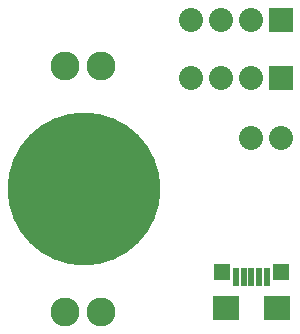
<source format=gts>
G75*
G70*
%OFA0B0*%
%FSLAX24Y24*%
%IPPOS*%
%LPD*%
%AMOC8*
5,1,8,0,0,1.08239X$1,22.5*
%
%ADD10C,0.5099*%
%ADD11C,0.0966*%
%ADD12R,0.0800X0.0800*%
%ADD13C,0.0800*%
%ADD14R,0.0906X0.0808*%
%ADD15R,0.0532X0.0572*%
%ADD16R,0.0217X0.0591*%
D10*
X002974Y004915D03*
D11*
X002344Y000820D03*
X003565Y000820D03*
X003565Y009009D03*
X002344Y009009D03*
D12*
X009549Y008604D03*
X009549Y010533D03*
D13*
X008549Y010533D03*
X007549Y010533D03*
X006549Y010533D03*
X006549Y008604D03*
X007549Y008604D03*
X008549Y008604D03*
X008549Y006596D03*
X009549Y006596D03*
D14*
X009419Y000950D03*
X007710Y000950D03*
D15*
X007580Y002131D03*
X009549Y002131D03*
D16*
X009076Y001966D03*
X008820Y001966D03*
X008565Y001966D03*
X008309Y001966D03*
X008053Y001966D03*
M02*

</source>
